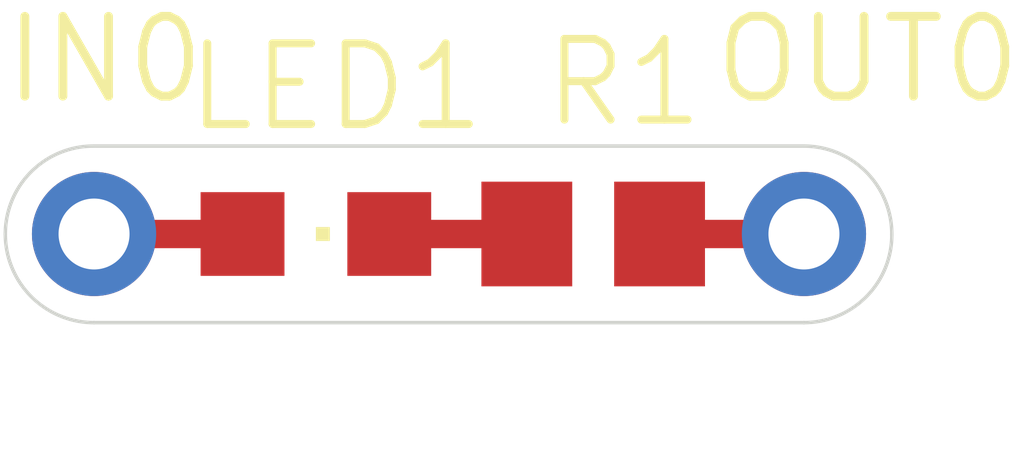
<source format=kicad_pcb>
(kicad_pcb (version 20241229) (generator "pcbnew") (generator_version "9.0")
  (layers (0 "F.Cu" signal) (2 "B.Cu" signal) (13 "F.Paste" user) (15 "B.Paste" user) (5 "F.SilkS" user "F.Silkscreen") (7 "B.SilkS" user "B.Silkscreen") (1 "F.Mask" user) (3 "B.Mask" user) (25 "Edge.Cuts" user))
  (net 0 "")
  (net 1 "N$2")
  (net 2 "IN")
  (net 3 "OUT")
  (footprint "single_LED:1X01-CLEANBIG" (layer "F.Cu") (at 143.42735 104.9986)
    (property "Reference" "IN0" (at -1.3462 -1.8288 0) (layer "F.SilkS") (effects (font (size 1.143 1.143) (thickness 0.127)) (justify left bottom)))
    (property "Value" "")
    (pad "1" thru_hole circle (at 0 0) (size 1.778 1.778) (drill 1.016) (layers "*.Cu" "*.Mask") (net 2 "IN"))
  )
  (footprint "single_LED:R805" (layer "F.Cu") (at 150.5711 104.9986 180)
    (property "Reference" "R1" (at 0.762 1.49225 0) (layer "F.SilkS") (effects (font (size 1.1557 1.1557) (thickness 0.1143)) (justify left bottom)))
    (property "Value" "")
    (pad "1" smd rect (at -0.95 0 180) (size 1.3 1.5) (layers "F.Cu" "F.Mask" "F.Paste") (net 3 "OUT"))
    (pad "2" smd rect (at 0.95 0 180) (size 1.3 1.5) (layers "F.Cu" "F.Mask" "F.Paste") (net 1 "N$2"))
  )
  (footprint "single_LED:LED-805" (layer "F.Cu") (at 146.60235 104.9986 -90)
    (property "Reference" "LED1" (at -1.42875 1.905 0) (layer "F.SilkS") (effects (font (size 1.1557 1.1557) (thickness 0.1143)) (justify left bottom)))
    (property "Value" "")
    (fp_poly (pts (xy -0.1 0) (xy 0.1 0) (xy 0.1 -0.2) (xy -0.1 -0.2)) (fill yes) (layer "F.SilkS"))
    (pad "A" smd rect (at 0 1.05 270) (size 1.2 1.2) (layers "F.Cu" "F.Mask" "F.Paste") (net 2 "IN"))
    (pad "C" smd rect (at 0 -1.05 270) (size 1.2 1.2) (layers "F.Cu" "F.Mask" "F.Paste") (net 1 "N$2"))
  )
  (footprint "single_LED:1X01-CLEANBIG" (layer "F.Cu") (at 153.58735 104.9986)
    (property "Reference" "OUT0" (at -1.3462 -1.8288 0) (layer "F.SilkS") (effects (font (size 1.143 1.143) (thickness 0.127)) (justify left bottom)))
    (property "Value" "")
    (pad "1" thru_hole circle (at 0 0) (size 1.778 1.778) (drill 1.016) (layers "*.Cu" "*.Mask") (net 3 "OUT"))
  )
  (gr_line (start 153.58479 103.7386) (end 143.41735 103.7386) (stroke (width 0.05)) (layer "Edge.Cuts"))
  (gr_arc (start 153.58479 103.7386) (mid 154.475787 104.107663) (end 154.84485 104.99866) (stroke (width 0.05)) (layer "Edge.Cuts"))
  (gr_line (start 143.42735 106.2686) (end 153.58735 106.2686) (stroke (width 0.05)) (layer "Edge.Cuts"))
  (gr_arc (start 143.42735 106.2686) (mid 142.529324 105.896626) (end 142.15735 104.9986) (stroke (width 0.05)) (layer "Edge.Cuts"))
  (gr_arc (start 154.84485 105.0111) (mid 154.476537 105.900287) (end 153.58735 106.2686) (stroke (width 0.05)) (layer "Edge.Cuts"))
  (gr_arc (start 142.15735 104.9986) (mid 142.526395 104.107645) (end 143.41735 103.7386) (stroke (width 0.05)) (layer "Edge.Cuts"))
  (gr_line (start 154.84485 105.0111) (end 154.84485 104.99866) (stroke (width 0.05)) (layer "Edge.Cuts"))
  (segment (start 147.65235 104.9986) (end 149.6211 104.9986) (width 0.4064) (layer "F.Cu") (net 1))
  (segment (start 143.42735 104.9986) (end 145.55235 104.9986) (width 0.4064) (layer "F.Cu") (net 2))
  (segment (start 151.5211 104.9986) (end 153.58735 104.9986) (width 0.4064) (layer "F.Cu") (net 3))
)
</source>
